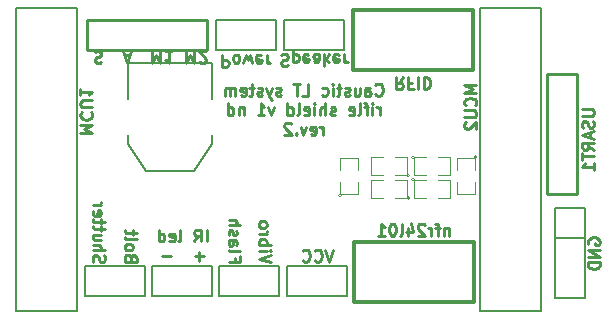
<source format=gbo>
G04 (created by PCBNEW (2013-may-18)-stable) date Сб 29 авг 2015 23:55:16*
%MOIN*%
G04 Gerber Fmt 3.4, Leading zero omitted, Abs format*
%FSLAX34Y34*%
G01*
G70*
G90*
G04 APERTURE LIST*
%ADD10C,0.00590551*%
%ADD11C,0.00984252*%
%ADD12C,0.006*%
%ADD13C,0.008*%
%ADD14C,0.0039*%
%ADD15C,0.012*%
%ADD16C,0.01*%
G04 APERTURE END LIST*
G54D10*
G54D11*
X36760Y-21106D02*
X36779Y-21124D01*
X36835Y-21143D01*
X36872Y-21143D01*
X36929Y-21124D01*
X36966Y-21087D01*
X36985Y-21049D01*
X37004Y-20974D01*
X37004Y-20918D01*
X36985Y-20843D01*
X36966Y-20806D01*
X36929Y-20768D01*
X36872Y-20749D01*
X36835Y-20749D01*
X36779Y-20768D01*
X36760Y-20787D01*
X36422Y-21143D02*
X36422Y-20937D01*
X36441Y-20899D01*
X36479Y-20881D01*
X36554Y-20881D01*
X36591Y-20899D01*
X36422Y-21124D02*
X36460Y-21143D01*
X36554Y-21143D01*
X36591Y-21124D01*
X36610Y-21087D01*
X36610Y-21049D01*
X36591Y-21012D01*
X36554Y-20993D01*
X36460Y-20993D01*
X36422Y-20974D01*
X36066Y-20881D02*
X36066Y-21143D01*
X36235Y-20881D02*
X36235Y-21087D01*
X36216Y-21124D01*
X36179Y-21143D01*
X36122Y-21143D01*
X36085Y-21124D01*
X36066Y-21106D01*
X35898Y-21124D02*
X35860Y-21143D01*
X35785Y-21143D01*
X35748Y-21124D01*
X35729Y-21087D01*
X35729Y-21068D01*
X35748Y-21031D01*
X35785Y-21012D01*
X35841Y-21012D01*
X35879Y-20993D01*
X35898Y-20956D01*
X35898Y-20937D01*
X35879Y-20899D01*
X35841Y-20881D01*
X35785Y-20881D01*
X35748Y-20899D01*
X35616Y-20881D02*
X35466Y-20881D01*
X35560Y-20749D02*
X35560Y-21087D01*
X35541Y-21124D01*
X35504Y-21143D01*
X35466Y-21143D01*
X35335Y-21143D02*
X35335Y-20881D01*
X35335Y-20749D02*
X35354Y-20768D01*
X35335Y-20787D01*
X35316Y-20768D01*
X35335Y-20749D01*
X35335Y-20787D01*
X34979Y-21124D02*
X35016Y-21143D01*
X35091Y-21143D01*
X35129Y-21124D01*
X35148Y-21106D01*
X35166Y-21068D01*
X35166Y-20956D01*
X35148Y-20918D01*
X35129Y-20899D01*
X35091Y-20881D01*
X35016Y-20881D01*
X34979Y-20899D01*
X34323Y-21143D02*
X34510Y-21143D01*
X34510Y-20749D01*
X34248Y-20749D02*
X34023Y-20749D01*
X34135Y-21143D02*
X34135Y-20749D01*
X33610Y-21124D02*
X33573Y-21143D01*
X33498Y-21143D01*
X33460Y-21124D01*
X33442Y-21087D01*
X33442Y-21068D01*
X33460Y-21031D01*
X33498Y-21012D01*
X33554Y-21012D01*
X33592Y-20993D01*
X33610Y-20956D01*
X33610Y-20937D01*
X33592Y-20899D01*
X33554Y-20881D01*
X33498Y-20881D01*
X33460Y-20899D01*
X33310Y-20881D02*
X33217Y-21143D01*
X33123Y-20881D02*
X33217Y-21143D01*
X33254Y-21237D01*
X33273Y-21256D01*
X33310Y-21274D01*
X32992Y-21124D02*
X32954Y-21143D01*
X32879Y-21143D01*
X32842Y-21124D01*
X32823Y-21087D01*
X32823Y-21068D01*
X32842Y-21031D01*
X32879Y-21012D01*
X32935Y-21012D01*
X32973Y-20993D01*
X32992Y-20956D01*
X32992Y-20937D01*
X32973Y-20899D01*
X32935Y-20881D01*
X32879Y-20881D01*
X32842Y-20899D01*
X32710Y-20881D02*
X32560Y-20881D01*
X32654Y-20749D02*
X32654Y-21087D01*
X32635Y-21124D01*
X32598Y-21143D01*
X32560Y-21143D01*
X32279Y-21124D02*
X32317Y-21143D01*
X32392Y-21143D01*
X32429Y-21124D01*
X32448Y-21087D01*
X32448Y-20937D01*
X32429Y-20899D01*
X32392Y-20881D01*
X32317Y-20881D01*
X32279Y-20899D01*
X32260Y-20937D01*
X32260Y-20974D01*
X32448Y-21012D01*
X32092Y-21143D02*
X32092Y-20881D01*
X32092Y-20918D02*
X32073Y-20899D01*
X32035Y-20881D01*
X31979Y-20881D01*
X31942Y-20899D01*
X31923Y-20937D01*
X31923Y-21143D01*
X31923Y-20937D02*
X31904Y-20899D01*
X31867Y-20881D01*
X31811Y-20881D01*
X31773Y-20899D01*
X31754Y-20937D01*
X31754Y-21143D01*
X36901Y-21793D02*
X36901Y-21530D01*
X36901Y-21605D02*
X36882Y-21568D01*
X36863Y-21549D01*
X36826Y-21530D01*
X36788Y-21530D01*
X36657Y-21793D02*
X36657Y-21530D01*
X36657Y-21399D02*
X36676Y-21418D01*
X36657Y-21437D01*
X36638Y-21418D01*
X36657Y-21399D01*
X36657Y-21437D01*
X36526Y-21530D02*
X36376Y-21530D01*
X36469Y-21793D02*
X36469Y-21455D01*
X36451Y-21418D01*
X36413Y-21399D01*
X36376Y-21399D01*
X36188Y-21793D02*
X36226Y-21774D01*
X36244Y-21736D01*
X36244Y-21399D01*
X35888Y-21774D02*
X35926Y-21793D01*
X36001Y-21793D01*
X36038Y-21774D01*
X36057Y-21736D01*
X36057Y-21586D01*
X36038Y-21549D01*
X36001Y-21530D01*
X35926Y-21530D01*
X35888Y-21549D01*
X35869Y-21586D01*
X35869Y-21624D01*
X36057Y-21661D01*
X35419Y-21774D02*
X35382Y-21793D01*
X35307Y-21793D01*
X35269Y-21774D01*
X35251Y-21736D01*
X35251Y-21718D01*
X35269Y-21680D01*
X35307Y-21661D01*
X35363Y-21661D01*
X35401Y-21643D01*
X35419Y-21605D01*
X35419Y-21586D01*
X35401Y-21549D01*
X35363Y-21530D01*
X35307Y-21530D01*
X35269Y-21549D01*
X35082Y-21793D02*
X35082Y-21399D01*
X34913Y-21793D02*
X34913Y-21586D01*
X34932Y-21549D01*
X34970Y-21530D01*
X35026Y-21530D01*
X35063Y-21549D01*
X35082Y-21568D01*
X34726Y-21793D02*
X34726Y-21530D01*
X34726Y-21399D02*
X34745Y-21418D01*
X34726Y-21437D01*
X34707Y-21418D01*
X34726Y-21399D01*
X34726Y-21437D01*
X34388Y-21774D02*
X34426Y-21793D01*
X34501Y-21793D01*
X34538Y-21774D01*
X34557Y-21736D01*
X34557Y-21586D01*
X34538Y-21549D01*
X34501Y-21530D01*
X34426Y-21530D01*
X34388Y-21549D01*
X34370Y-21586D01*
X34370Y-21624D01*
X34557Y-21661D01*
X34145Y-21793D02*
X34182Y-21774D01*
X34201Y-21736D01*
X34201Y-21399D01*
X33826Y-21793D02*
X33826Y-21399D01*
X33826Y-21774D02*
X33863Y-21793D01*
X33938Y-21793D01*
X33976Y-21774D01*
X33995Y-21755D01*
X34013Y-21718D01*
X34013Y-21605D01*
X33995Y-21568D01*
X33976Y-21549D01*
X33938Y-21530D01*
X33863Y-21530D01*
X33826Y-21549D01*
X33376Y-21530D02*
X33282Y-21793D01*
X33188Y-21530D01*
X32832Y-21793D02*
X33057Y-21793D01*
X32945Y-21793D02*
X32945Y-21399D01*
X32982Y-21455D01*
X33020Y-21493D01*
X33057Y-21511D01*
X32364Y-21530D02*
X32364Y-21793D01*
X32364Y-21568D02*
X32345Y-21549D01*
X32307Y-21530D01*
X32251Y-21530D01*
X32214Y-21549D01*
X32195Y-21586D01*
X32195Y-21793D01*
X31839Y-21793D02*
X31839Y-21399D01*
X31839Y-21774D02*
X31876Y-21793D01*
X31951Y-21793D01*
X31989Y-21774D01*
X32007Y-21755D01*
X32026Y-21718D01*
X32026Y-21605D01*
X32007Y-21568D01*
X31989Y-21549D01*
X31951Y-21530D01*
X31876Y-21530D01*
X31839Y-21549D01*
X34998Y-22442D02*
X34998Y-22180D01*
X34998Y-22255D02*
X34979Y-22217D01*
X34960Y-22199D01*
X34923Y-22180D01*
X34885Y-22180D01*
X34604Y-22424D02*
X34641Y-22442D01*
X34716Y-22442D01*
X34754Y-22424D01*
X34773Y-22386D01*
X34773Y-22236D01*
X34754Y-22199D01*
X34716Y-22180D01*
X34641Y-22180D01*
X34604Y-22199D01*
X34585Y-22236D01*
X34585Y-22274D01*
X34773Y-22311D01*
X34454Y-22180D02*
X34360Y-22442D01*
X34266Y-22180D01*
X34116Y-22405D02*
X34098Y-22424D01*
X34116Y-22442D01*
X34135Y-22424D01*
X34116Y-22405D01*
X34116Y-22442D01*
X33948Y-22086D02*
X33929Y-22067D01*
X33892Y-22049D01*
X33798Y-22049D01*
X33760Y-22067D01*
X33742Y-22086D01*
X33723Y-22124D01*
X33723Y-22161D01*
X33742Y-22217D01*
X33967Y-22442D01*
X33723Y-22442D01*
X43859Y-26097D02*
X43840Y-26060D01*
X43840Y-26003D01*
X43859Y-25947D01*
X43896Y-25910D01*
X43934Y-25891D01*
X44009Y-25872D01*
X44065Y-25872D01*
X44140Y-25891D01*
X44177Y-25910D01*
X44215Y-25947D01*
X44234Y-26003D01*
X44234Y-26041D01*
X44215Y-26097D01*
X44196Y-26116D01*
X44065Y-26116D01*
X44065Y-26041D01*
X44234Y-26285D02*
X43840Y-26285D01*
X44234Y-26510D01*
X43840Y-26510D01*
X44234Y-26697D02*
X43840Y-26697D01*
X43840Y-26791D01*
X43859Y-26847D01*
X43896Y-26885D01*
X43934Y-26903D01*
X44009Y-26922D01*
X44065Y-26922D01*
X44140Y-26903D01*
X44177Y-26885D01*
X44215Y-26847D01*
X44234Y-26791D01*
X44234Y-26697D01*
X43643Y-21595D02*
X43962Y-21595D01*
X43999Y-21614D01*
X44018Y-21632D01*
X44037Y-21670D01*
X44037Y-21745D01*
X44018Y-21782D01*
X43999Y-21801D01*
X43962Y-21820D01*
X43643Y-21820D01*
X44018Y-21989D02*
X44037Y-22045D01*
X44037Y-22139D01*
X44018Y-22176D01*
X43999Y-22195D01*
X43962Y-22214D01*
X43924Y-22214D01*
X43887Y-22195D01*
X43868Y-22176D01*
X43849Y-22139D01*
X43831Y-22064D01*
X43812Y-22026D01*
X43793Y-22007D01*
X43756Y-21989D01*
X43718Y-21989D01*
X43681Y-22007D01*
X43662Y-22026D01*
X43643Y-22064D01*
X43643Y-22157D01*
X43662Y-22214D01*
X43924Y-22364D02*
X43924Y-22551D01*
X44037Y-22326D02*
X43643Y-22457D01*
X44037Y-22589D01*
X44037Y-22945D02*
X43849Y-22814D01*
X44037Y-22720D02*
X43643Y-22720D01*
X43643Y-22870D01*
X43662Y-22907D01*
X43681Y-22926D01*
X43718Y-22945D01*
X43774Y-22945D01*
X43812Y-22926D01*
X43831Y-22907D01*
X43849Y-22870D01*
X43849Y-22720D01*
X43643Y-23057D02*
X43643Y-23282D01*
X44037Y-23170D02*
X43643Y-23170D01*
X44037Y-23620D02*
X44037Y-23395D01*
X44037Y-23507D02*
X43643Y-23507D01*
X43699Y-23470D01*
X43737Y-23432D01*
X43756Y-23395D01*
X40119Y-20793D02*
X39726Y-20793D01*
X40007Y-20925D01*
X39726Y-21056D01*
X40119Y-21056D01*
X40082Y-21468D02*
X40101Y-21450D01*
X40119Y-21393D01*
X40119Y-21356D01*
X40101Y-21300D01*
X40063Y-21262D01*
X40026Y-21243D01*
X39951Y-21225D01*
X39895Y-21225D01*
X39820Y-21243D01*
X39782Y-21262D01*
X39745Y-21300D01*
X39726Y-21356D01*
X39726Y-21393D01*
X39745Y-21450D01*
X39763Y-21468D01*
X39726Y-21637D02*
X40044Y-21637D01*
X40082Y-21656D01*
X40101Y-21675D01*
X40119Y-21712D01*
X40119Y-21787D01*
X40101Y-21825D01*
X40082Y-21843D01*
X40044Y-21862D01*
X39726Y-21862D01*
X39763Y-22031D02*
X39745Y-22050D01*
X39726Y-22087D01*
X39726Y-22181D01*
X39745Y-22218D01*
X39763Y-22237D01*
X39801Y-22256D01*
X39838Y-22256D01*
X39895Y-22237D01*
X40119Y-22012D01*
X40119Y-22256D01*
X26927Y-22375D02*
X27320Y-22375D01*
X27039Y-22244D01*
X27320Y-22112D01*
X26927Y-22112D01*
X26964Y-21700D02*
X26946Y-21719D01*
X26927Y-21775D01*
X26927Y-21812D01*
X26946Y-21869D01*
X26983Y-21906D01*
X27020Y-21925D01*
X27095Y-21944D01*
X27152Y-21944D01*
X27227Y-21925D01*
X27264Y-21906D01*
X27302Y-21869D01*
X27320Y-21812D01*
X27320Y-21775D01*
X27302Y-21719D01*
X27283Y-21700D01*
X27320Y-21531D02*
X27002Y-21531D01*
X26964Y-21512D01*
X26946Y-21494D01*
X26927Y-21456D01*
X26927Y-21381D01*
X26946Y-21344D01*
X26964Y-21325D01*
X27002Y-21306D01*
X27320Y-21306D01*
X26927Y-20913D02*
X26927Y-21137D01*
X26927Y-21025D02*
X27320Y-21025D01*
X27264Y-21062D01*
X27227Y-21100D01*
X27208Y-21137D01*
X27395Y-19682D02*
X27452Y-19663D01*
X27545Y-19663D01*
X27583Y-19682D01*
X27602Y-19700D01*
X27620Y-19738D01*
X27620Y-19775D01*
X27602Y-19813D01*
X27583Y-19832D01*
X27545Y-19850D01*
X27470Y-19869D01*
X27433Y-19888D01*
X27414Y-19907D01*
X27395Y-19944D01*
X27395Y-19982D01*
X27414Y-20019D01*
X27433Y-20038D01*
X27470Y-20057D01*
X27564Y-20057D01*
X27620Y-20038D01*
X28370Y-19775D02*
X28558Y-19775D01*
X28333Y-19663D02*
X28464Y-20057D01*
X28595Y-19663D01*
X29326Y-19663D02*
X29326Y-20057D01*
X29458Y-19775D01*
X29589Y-20057D01*
X29589Y-19663D01*
X29983Y-19663D02*
X29758Y-19663D01*
X29870Y-19663D02*
X29870Y-20057D01*
X29833Y-20000D01*
X29795Y-19963D01*
X29758Y-19944D01*
X30451Y-19663D02*
X30451Y-20057D01*
X30583Y-19775D01*
X30714Y-20057D01*
X30714Y-19663D01*
X30883Y-20019D02*
X30901Y-20038D01*
X30939Y-20057D01*
X31032Y-20057D01*
X31070Y-20038D01*
X31089Y-20019D01*
X31107Y-19982D01*
X31107Y-19944D01*
X31089Y-19888D01*
X30864Y-19663D01*
X31107Y-19663D01*
X31643Y-19781D02*
X31643Y-20175D01*
X31793Y-20175D01*
X31830Y-20156D01*
X31849Y-20137D01*
X31868Y-20100D01*
X31868Y-20044D01*
X31849Y-20006D01*
X31830Y-19987D01*
X31793Y-19969D01*
X31643Y-19969D01*
X32093Y-19781D02*
X32055Y-19800D01*
X32036Y-19819D01*
X32018Y-19856D01*
X32018Y-19969D01*
X32036Y-20006D01*
X32055Y-20025D01*
X32093Y-20044D01*
X32149Y-20044D01*
X32186Y-20025D01*
X32205Y-20006D01*
X32224Y-19969D01*
X32224Y-19856D01*
X32205Y-19819D01*
X32186Y-19800D01*
X32149Y-19781D01*
X32093Y-19781D01*
X32355Y-20044D02*
X32430Y-19781D01*
X32505Y-19969D01*
X32580Y-19781D01*
X32655Y-20044D01*
X32955Y-19800D02*
X32918Y-19781D01*
X32843Y-19781D01*
X32805Y-19800D01*
X32786Y-19837D01*
X32786Y-19987D01*
X32805Y-20025D01*
X32843Y-20044D01*
X32918Y-20044D01*
X32955Y-20025D01*
X32974Y-19987D01*
X32974Y-19950D01*
X32786Y-19912D01*
X33143Y-19781D02*
X33143Y-20044D01*
X33143Y-19969D02*
X33161Y-20006D01*
X33180Y-20025D01*
X33218Y-20044D01*
X33255Y-20044D01*
X33617Y-19780D02*
X33673Y-19761D01*
X33767Y-19761D01*
X33804Y-19780D01*
X33823Y-19799D01*
X33842Y-19836D01*
X33842Y-19874D01*
X33823Y-19911D01*
X33804Y-19930D01*
X33767Y-19949D01*
X33692Y-19968D01*
X33654Y-19986D01*
X33636Y-20005D01*
X33617Y-20043D01*
X33617Y-20080D01*
X33636Y-20118D01*
X33654Y-20136D01*
X33692Y-20155D01*
X33786Y-20155D01*
X33842Y-20136D01*
X34011Y-20024D02*
X34011Y-19630D01*
X34011Y-20005D02*
X34048Y-20024D01*
X34123Y-20024D01*
X34161Y-20005D01*
X34179Y-19986D01*
X34198Y-19949D01*
X34198Y-19836D01*
X34179Y-19799D01*
X34161Y-19780D01*
X34123Y-19761D01*
X34048Y-19761D01*
X34011Y-19780D01*
X34517Y-19780D02*
X34479Y-19761D01*
X34404Y-19761D01*
X34367Y-19780D01*
X34348Y-19818D01*
X34348Y-19968D01*
X34367Y-20005D01*
X34404Y-20024D01*
X34479Y-20024D01*
X34517Y-20005D01*
X34535Y-19968D01*
X34535Y-19930D01*
X34348Y-19893D01*
X34873Y-19761D02*
X34873Y-19968D01*
X34854Y-20005D01*
X34817Y-20024D01*
X34742Y-20024D01*
X34704Y-20005D01*
X34873Y-19780D02*
X34835Y-19761D01*
X34742Y-19761D01*
X34704Y-19780D01*
X34685Y-19818D01*
X34685Y-19855D01*
X34704Y-19893D01*
X34742Y-19911D01*
X34835Y-19911D01*
X34873Y-19930D01*
X35060Y-19761D02*
X35060Y-20155D01*
X35098Y-19911D02*
X35210Y-19761D01*
X35210Y-20024D02*
X35060Y-19874D01*
X35529Y-19780D02*
X35492Y-19761D01*
X35417Y-19761D01*
X35379Y-19780D01*
X35360Y-19818D01*
X35360Y-19968D01*
X35379Y-20005D01*
X35417Y-20024D01*
X35492Y-20024D01*
X35529Y-20005D01*
X35548Y-19968D01*
X35548Y-19930D01*
X35360Y-19893D01*
X35717Y-19761D02*
X35717Y-20024D01*
X35717Y-19949D02*
X35735Y-19986D01*
X35754Y-20005D01*
X35792Y-20024D01*
X35829Y-20024D01*
X39203Y-25546D02*
X39203Y-25808D01*
X39203Y-25583D02*
X39184Y-25565D01*
X39146Y-25546D01*
X39090Y-25546D01*
X39053Y-25565D01*
X39034Y-25602D01*
X39034Y-25808D01*
X38903Y-25546D02*
X38753Y-25546D01*
X38847Y-25808D02*
X38847Y-25471D01*
X38828Y-25434D01*
X38790Y-25415D01*
X38753Y-25415D01*
X38622Y-25808D02*
X38622Y-25546D01*
X38622Y-25621D02*
X38603Y-25583D01*
X38584Y-25565D01*
X38547Y-25546D01*
X38509Y-25546D01*
X38397Y-25452D02*
X38378Y-25434D01*
X38340Y-25415D01*
X38247Y-25415D01*
X38209Y-25434D01*
X38190Y-25452D01*
X38172Y-25490D01*
X38172Y-25527D01*
X38190Y-25583D01*
X38415Y-25808D01*
X38172Y-25808D01*
X37834Y-25546D02*
X37834Y-25808D01*
X37928Y-25396D02*
X38022Y-25677D01*
X37778Y-25677D01*
X37572Y-25808D02*
X37609Y-25790D01*
X37628Y-25752D01*
X37628Y-25415D01*
X37347Y-25415D02*
X37309Y-25415D01*
X37272Y-25434D01*
X37253Y-25452D01*
X37234Y-25490D01*
X37215Y-25565D01*
X37215Y-25658D01*
X37234Y-25733D01*
X37253Y-25771D01*
X37272Y-25790D01*
X37309Y-25808D01*
X37347Y-25808D01*
X37384Y-25790D01*
X37403Y-25771D01*
X37422Y-25733D01*
X37440Y-25658D01*
X37440Y-25565D01*
X37422Y-25490D01*
X37403Y-25452D01*
X37384Y-25434D01*
X37347Y-25415D01*
X36841Y-25808D02*
X37065Y-25808D01*
X36953Y-25808D02*
X36953Y-25415D01*
X36991Y-25471D01*
X37028Y-25508D01*
X37065Y-25527D01*
X37674Y-20529D02*
X37543Y-20717D01*
X37449Y-20529D02*
X37449Y-20923D01*
X37599Y-20923D01*
X37636Y-20904D01*
X37655Y-20885D01*
X37674Y-20848D01*
X37674Y-20792D01*
X37655Y-20754D01*
X37636Y-20735D01*
X37599Y-20717D01*
X37449Y-20717D01*
X37974Y-20735D02*
X37843Y-20735D01*
X37843Y-20529D02*
X37843Y-20923D01*
X38030Y-20923D01*
X38180Y-20529D02*
X38180Y-20923D01*
X38368Y-20529D02*
X38368Y-20923D01*
X38461Y-20923D01*
X38517Y-20904D01*
X38555Y-20867D01*
X38574Y-20829D01*
X38592Y-20754D01*
X38592Y-20698D01*
X38574Y-20623D01*
X38555Y-20585D01*
X38517Y-20548D01*
X38461Y-20529D01*
X38368Y-20529D01*
X28609Y-26546D02*
X28591Y-26490D01*
X28572Y-26471D01*
X28534Y-26452D01*
X28478Y-26452D01*
X28441Y-26471D01*
X28422Y-26490D01*
X28403Y-26527D01*
X28403Y-26677D01*
X28797Y-26677D01*
X28797Y-26546D01*
X28778Y-26509D01*
X28759Y-26490D01*
X28722Y-26471D01*
X28684Y-26471D01*
X28647Y-26490D01*
X28628Y-26509D01*
X28609Y-26546D01*
X28609Y-26677D01*
X28403Y-26227D02*
X28422Y-26265D01*
X28441Y-26284D01*
X28478Y-26302D01*
X28591Y-26302D01*
X28628Y-26284D01*
X28647Y-26265D01*
X28666Y-26227D01*
X28666Y-26171D01*
X28647Y-26134D01*
X28628Y-26115D01*
X28591Y-26096D01*
X28478Y-26096D01*
X28441Y-26115D01*
X28422Y-26134D01*
X28403Y-26171D01*
X28403Y-26227D01*
X28403Y-25871D02*
X28422Y-25909D01*
X28459Y-25928D01*
X28797Y-25928D01*
X28666Y-25778D02*
X28666Y-25628D01*
X28797Y-25721D02*
X28459Y-25721D01*
X28422Y-25703D01*
X28403Y-25665D01*
X28403Y-25628D01*
X27359Y-26692D02*
X27340Y-26636D01*
X27340Y-26542D01*
X27359Y-26505D01*
X27378Y-26486D01*
X27415Y-26467D01*
X27453Y-26467D01*
X27490Y-26486D01*
X27509Y-26505D01*
X27528Y-26542D01*
X27546Y-26617D01*
X27565Y-26655D01*
X27584Y-26674D01*
X27621Y-26692D01*
X27659Y-26692D01*
X27696Y-26674D01*
X27715Y-26655D01*
X27734Y-26617D01*
X27734Y-26524D01*
X27715Y-26467D01*
X27340Y-26299D02*
X27734Y-26299D01*
X27340Y-26130D02*
X27546Y-26130D01*
X27584Y-26149D01*
X27603Y-26186D01*
X27603Y-26242D01*
X27584Y-26280D01*
X27565Y-26299D01*
X27603Y-25774D02*
X27340Y-25774D01*
X27603Y-25943D02*
X27396Y-25943D01*
X27359Y-25924D01*
X27340Y-25886D01*
X27340Y-25830D01*
X27359Y-25793D01*
X27378Y-25774D01*
X27603Y-25643D02*
X27603Y-25493D01*
X27734Y-25586D02*
X27396Y-25586D01*
X27359Y-25568D01*
X27340Y-25530D01*
X27340Y-25493D01*
X27603Y-25418D02*
X27603Y-25268D01*
X27734Y-25361D02*
X27396Y-25361D01*
X27359Y-25343D01*
X27340Y-25305D01*
X27340Y-25268D01*
X27359Y-24986D02*
X27340Y-25024D01*
X27340Y-25099D01*
X27359Y-25136D01*
X27396Y-25155D01*
X27546Y-25155D01*
X27584Y-25136D01*
X27603Y-25099D01*
X27603Y-25024D01*
X27584Y-24986D01*
X27546Y-24968D01*
X27509Y-24968D01*
X27471Y-25155D01*
X27340Y-24799D02*
X27603Y-24799D01*
X27528Y-24799D02*
X27565Y-24780D01*
X27584Y-24761D01*
X27603Y-24724D01*
X27603Y-24686D01*
X31131Y-26005D02*
X31131Y-25612D01*
X30718Y-26005D02*
X30850Y-25818D01*
X30943Y-26005D02*
X30943Y-25612D01*
X30793Y-25612D01*
X30756Y-25630D01*
X30737Y-25649D01*
X30718Y-25687D01*
X30718Y-25743D01*
X30737Y-25780D01*
X30756Y-25799D01*
X30793Y-25818D01*
X30943Y-25818D01*
X30194Y-26005D02*
X30231Y-25987D01*
X30250Y-25949D01*
X30250Y-25612D01*
X29894Y-25987D02*
X29931Y-26005D01*
X30006Y-26005D01*
X30044Y-25987D01*
X30062Y-25949D01*
X30062Y-25799D01*
X30044Y-25762D01*
X30006Y-25743D01*
X29931Y-25743D01*
X29894Y-25762D01*
X29875Y-25799D01*
X29875Y-25837D01*
X30062Y-25874D01*
X29537Y-26005D02*
X29537Y-25612D01*
X29537Y-25987D02*
X29575Y-26005D01*
X29650Y-26005D01*
X29687Y-25987D01*
X29706Y-25968D01*
X29725Y-25930D01*
X29725Y-25818D01*
X29706Y-25780D01*
X29687Y-25762D01*
X29650Y-25743D01*
X29575Y-25743D01*
X29537Y-25762D01*
X31028Y-26505D02*
X30728Y-26505D01*
X30878Y-26655D02*
X30878Y-26355D01*
X29940Y-26505D02*
X29640Y-26505D01*
X32074Y-26546D02*
X32074Y-26677D01*
X31868Y-26677D02*
X32261Y-26677D01*
X32261Y-26490D01*
X31868Y-26284D02*
X31886Y-26321D01*
X31924Y-26340D01*
X32261Y-26340D01*
X31868Y-25965D02*
X32074Y-25965D01*
X32111Y-25984D01*
X32130Y-26021D01*
X32130Y-26096D01*
X32111Y-26134D01*
X31886Y-25965D02*
X31868Y-26002D01*
X31868Y-26096D01*
X31886Y-26134D01*
X31924Y-26152D01*
X31961Y-26152D01*
X31999Y-26134D01*
X32018Y-26096D01*
X32018Y-26002D01*
X32036Y-25965D01*
X31886Y-25796D02*
X31868Y-25759D01*
X31868Y-25684D01*
X31886Y-25646D01*
X31924Y-25628D01*
X31943Y-25628D01*
X31980Y-25646D01*
X31999Y-25684D01*
X31999Y-25740D01*
X32018Y-25778D01*
X32055Y-25796D01*
X32074Y-25796D01*
X32111Y-25778D01*
X32130Y-25740D01*
X32130Y-25684D01*
X32111Y-25646D01*
X31868Y-25459D02*
X32261Y-25459D01*
X31868Y-25290D02*
X32074Y-25290D01*
X32111Y-25309D01*
X32130Y-25346D01*
X32130Y-25403D01*
X32111Y-25440D01*
X32093Y-25459D01*
X33265Y-26706D02*
X32872Y-26575D01*
X33265Y-26444D01*
X32872Y-26313D02*
X33134Y-26313D01*
X33265Y-26313D02*
X33247Y-26332D01*
X33228Y-26313D01*
X33247Y-26294D01*
X33265Y-26313D01*
X33228Y-26313D01*
X32872Y-26125D02*
X33265Y-26125D01*
X33115Y-26125D02*
X33134Y-26088D01*
X33134Y-26013D01*
X33115Y-25975D01*
X33097Y-25957D01*
X33059Y-25938D01*
X32947Y-25938D01*
X32909Y-25957D01*
X32890Y-25975D01*
X32872Y-26013D01*
X32872Y-26088D01*
X32890Y-26125D01*
X32872Y-25769D02*
X33134Y-25769D01*
X33059Y-25769D02*
X33097Y-25750D01*
X33115Y-25732D01*
X33134Y-25694D01*
X33134Y-25657D01*
X32872Y-25469D02*
X32890Y-25507D01*
X32909Y-25525D01*
X32947Y-25544D01*
X33059Y-25544D01*
X33097Y-25525D01*
X33115Y-25507D01*
X33134Y-25469D01*
X33134Y-25413D01*
X33115Y-25375D01*
X33097Y-25357D01*
X33059Y-25338D01*
X32947Y-25338D01*
X32909Y-25357D01*
X32890Y-25375D01*
X32872Y-25413D01*
X32872Y-25469D01*
X35347Y-26281D02*
X35216Y-26675D01*
X35085Y-26281D01*
X34729Y-26637D02*
X34747Y-26656D01*
X34804Y-26675D01*
X34841Y-26675D01*
X34897Y-26656D01*
X34935Y-26618D01*
X34954Y-26581D01*
X34972Y-26506D01*
X34972Y-26450D01*
X34954Y-26375D01*
X34935Y-26337D01*
X34897Y-26300D01*
X34841Y-26281D01*
X34804Y-26281D01*
X34747Y-26300D01*
X34729Y-26318D01*
X34335Y-26637D02*
X34354Y-26656D01*
X34410Y-26675D01*
X34447Y-26675D01*
X34504Y-26656D01*
X34541Y-26618D01*
X34560Y-26581D01*
X34579Y-26506D01*
X34579Y-26450D01*
X34560Y-26375D01*
X34541Y-26337D01*
X34504Y-26300D01*
X34447Y-26281D01*
X34410Y-26281D01*
X34354Y-26300D01*
X34335Y-26318D01*
G54D10*
X42283Y-28307D02*
X42283Y-18228D01*
X42283Y-18228D02*
X40236Y-18228D01*
X40236Y-18228D02*
X40236Y-28307D01*
X40236Y-28307D02*
X42283Y-28307D01*
X24763Y-18228D02*
X24763Y-28307D01*
X24763Y-28307D02*
X26811Y-28307D01*
X26811Y-28307D02*
X26811Y-18228D01*
X26811Y-18228D02*
X24763Y-18228D01*
G54D12*
X29314Y-26822D02*
X29314Y-27822D01*
X29314Y-27822D02*
X31314Y-27822D01*
X31314Y-27822D02*
X31314Y-26822D01*
X31314Y-26822D02*
X29314Y-26822D01*
G54D13*
X28521Y-21250D02*
X28521Y-20050D01*
X28521Y-20050D02*
X31321Y-20050D01*
X31321Y-20050D02*
X31321Y-21250D01*
X28521Y-22450D02*
X28521Y-22750D01*
X28521Y-22750D02*
X29121Y-23650D01*
X29121Y-23650D02*
X30721Y-23650D01*
X30721Y-23650D02*
X31321Y-22750D01*
X31321Y-22750D02*
X31321Y-22450D01*
G54D14*
X38061Y-23203D02*
G75*
G03X38061Y-23203I-50J0D01*
G74*
G01*
X38461Y-23203D02*
X38061Y-23203D01*
X38061Y-23203D02*
X38061Y-23803D01*
X38061Y-23803D02*
X38461Y-23803D01*
X38861Y-23803D02*
X39261Y-23803D01*
X39261Y-23803D02*
X39261Y-23203D01*
X39261Y-23203D02*
X38861Y-23203D01*
X37904Y-24551D02*
G75*
G03X37904Y-24551I-50J0D01*
G74*
G01*
X37404Y-24551D02*
X37804Y-24551D01*
X37804Y-24551D02*
X37804Y-23951D01*
X37804Y-23951D02*
X37404Y-23951D01*
X37004Y-23951D02*
X36604Y-23951D01*
X36604Y-23951D02*
X36604Y-24551D01*
X36604Y-24551D02*
X37004Y-24551D01*
X37904Y-23803D02*
G75*
G03X37904Y-23803I-50J0D01*
G74*
G01*
X37404Y-23803D02*
X37804Y-23803D01*
X37804Y-23803D02*
X37804Y-23203D01*
X37804Y-23203D02*
X37404Y-23203D01*
X37004Y-23203D02*
X36604Y-23203D01*
X36604Y-23203D02*
X36604Y-23803D01*
X36604Y-23803D02*
X37004Y-23803D01*
X38061Y-23951D02*
G75*
G03X38061Y-23951I-50J0D01*
G74*
G01*
X38461Y-23951D02*
X38061Y-23951D01*
X38061Y-23951D02*
X38061Y-24551D01*
X38061Y-24551D02*
X38461Y-24551D01*
X38861Y-24551D02*
X39261Y-24551D01*
X39261Y-24551D02*
X39261Y-23951D01*
X39261Y-23951D02*
X38861Y-23951D01*
X35635Y-24468D02*
G75*
G03X35635Y-24468I-50J0D01*
G74*
G01*
X35585Y-24018D02*
X35585Y-24418D01*
X35585Y-24418D02*
X36185Y-24418D01*
X36185Y-24418D02*
X36185Y-24018D01*
X36185Y-23618D02*
X36185Y-23218D01*
X36185Y-23218D02*
X35585Y-23218D01*
X35585Y-23218D02*
X35585Y-23618D01*
X40133Y-23188D02*
G75*
G03X40133Y-23188I-50J0D01*
G74*
G01*
X40083Y-23638D02*
X40083Y-23238D01*
X40083Y-23238D02*
X39483Y-23238D01*
X39483Y-23238D02*
X39483Y-23638D01*
X39483Y-24038D02*
X39483Y-24438D01*
X39483Y-24438D02*
X40083Y-24438D01*
X40083Y-24438D02*
X40083Y-24038D01*
G54D15*
X36031Y-28027D02*
X40031Y-28027D01*
X40031Y-28027D02*
X40031Y-26027D01*
X40031Y-26027D02*
X36031Y-26027D01*
X36031Y-26027D02*
X36031Y-28027D01*
X40011Y-18291D02*
X36011Y-18291D01*
X36011Y-18291D02*
X36011Y-20291D01*
X36011Y-20291D02*
X40011Y-20291D01*
X40011Y-20291D02*
X40011Y-18291D01*
G54D16*
X31133Y-18633D02*
X27133Y-18633D01*
X31133Y-19633D02*
X27133Y-19633D01*
X27133Y-19633D02*
X27133Y-18633D01*
X31133Y-18633D02*
X31133Y-19633D01*
X43492Y-24440D02*
X43492Y-20440D01*
X42492Y-24440D02*
X42492Y-20440D01*
X42492Y-20440D02*
X43492Y-20440D01*
X43492Y-24440D02*
X42492Y-24440D01*
G54D12*
X43728Y-24877D02*
X42728Y-24877D01*
X42728Y-24877D02*
X42728Y-27877D01*
X42728Y-27877D02*
X43728Y-27877D01*
X43728Y-27877D02*
X43728Y-24877D01*
X42728Y-25877D02*
X43728Y-25877D01*
X27070Y-26822D02*
X27070Y-27822D01*
X27070Y-27822D02*
X29070Y-27822D01*
X29070Y-27822D02*
X29070Y-26822D01*
X29070Y-26822D02*
X27070Y-26822D01*
X35724Y-19633D02*
X35724Y-18633D01*
X35724Y-18633D02*
X33724Y-18633D01*
X33724Y-18633D02*
X33724Y-19633D01*
X33724Y-19633D02*
X35724Y-19633D01*
X33440Y-19633D02*
X33440Y-18633D01*
X33440Y-18633D02*
X31440Y-18633D01*
X31440Y-18633D02*
X31440Y-19633D01*
X31440Y-19633D02*
X33440Y-19633D01*
X31559Y-26822D02*
X31559Y-27822D01*
X31559Y-27822D02*
X33559Y-27822D01*
X33559Y-27822D02*
X33559Y-26822D01*
X33559Y-26822D02*
X31559Y-26822D01*
X33803Y-26822D02*
X33803Y-27822D01*
X33803Y-27822D02*
X35803Y-27822D01*
X35803Y-27822D02*
X35803Y-26822D01*
X35803Y-26822D02*
X33803Y-26822D01*
M02*

</source>
